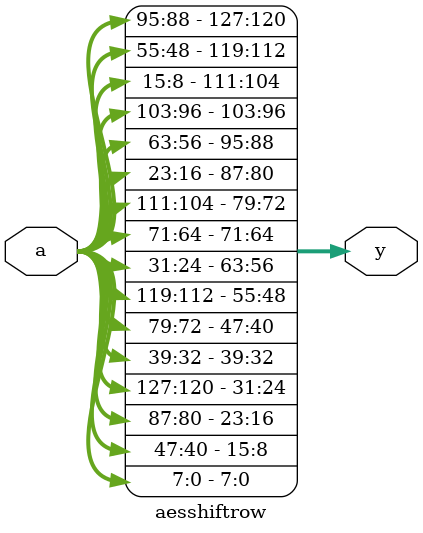
<source format=sv>

module aesshiftrow(
   input  logic [127:0] a, 
   output logic [127:0] y
);
		    
   assign y = {a[95:88],   a[55:48],   a[15:8],    a[103:96],
               a[63:56],   a[23:16],   a[111:104], a[71:64],
               a[31:24],   a[119:112], a[79:72],   a[39:32],
               a[127:120], a[87:80],   a[47:40],   a[7:0]};   
endmodule

</source>
